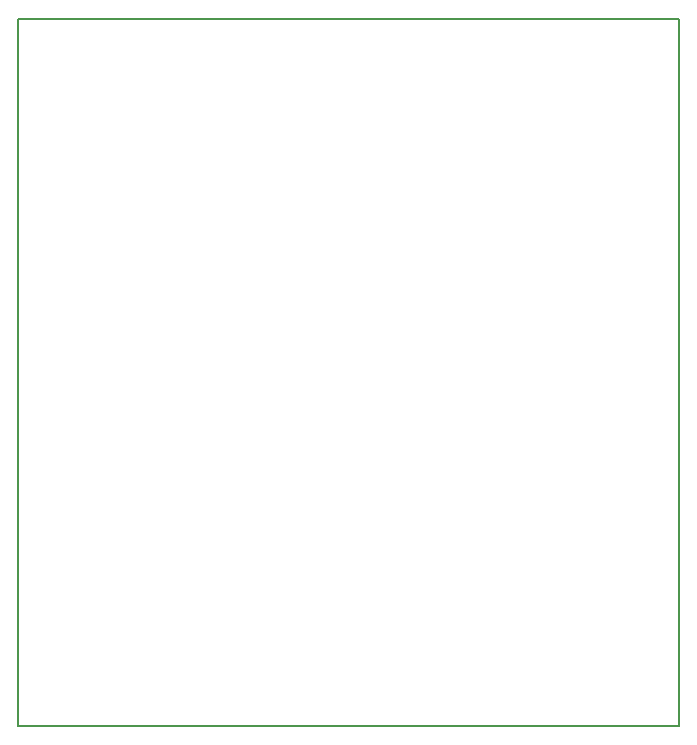
<source format=gbo>
G04 MADE WITH FRITZING*
G04 WWW.FRITZING.ORG*
G04 DOUBLE SIDED*
G04 HOLES PLATED*
G04 CONTOUR ON CENTER OF CONTOUR VECTOR*
%ASAXBY*%
%FSLAX23Y23*%
%MOIN*%
%OFA0B0*%
%SFA1.0B1.0*%
%ADD10R,2.212670X2.364730X2.196670X2.348730*%
%ADD11C,0.008000*%
%LNSILK0*%
G90*
G70*
G54D11*
X4Y2361D02*
X2209Y2361D01*
X2209Y4D01*
X4Y4D01*
X4Y2361D01*
D02*
G04 End of Silk0*
M02*
</source>
